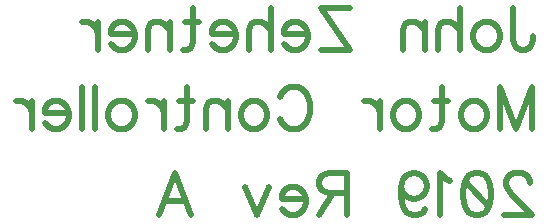
<source format=gbo>
G04 DipTrace 3.3.1.3*
G04 BottomSilk.gbr*
%MOIN*%
G04 #@! TF.FileFunction,Legend,Bot*
G04 #@! TF.Part,Single*
%ADD184C,0.021615*%
%FSLAX26Y26*%
G04*
G70*
G90*
G75*
G01*
G04 BotSilk*
%LPD*%
X3072820Y5475773D2*
D184*
Y5368683D1*
X3079475Y5348565D1*
X3086284Y5341911D1*
X3099593Y5335101D1*
X3113057D1*
X3126366Y5341911D1*
X3133020Y5348565D1*
X3139829Y5368683D1*
Y5381992D1*
X2996164Y5428883D2*
X3009472Y5422228D1*
X3022936Y5408765D1*
X3029591Y5388647D1*
Y5375338D1*
X3022936Y5355220D1*
X3009472Y5341911D1*
X2996164Y5335101D1*
X2976045D1*
X2962582Y5341911D1*
X2949273Y5355220D1*
X2942464Y5375338D1*
Y5388647D1*
X2949273Y5408765D1*
X2962582Y5422228D1*
X2976045Y5428883D1*
X2996164D1*
X2899234Y5475773D2*
Y5335101D1*
Y5402110D2*
X2879116Y5422228D1*
X2865652Y5428883D1*
X2845534D1*
X2832225Y5422228D1*
X2825571Y5402110D1*
Y5335101D1*
X2782341Y5428883D2*
Y5335101D1*
Y5402110D2*
X2762223Y5422228D1*
X2748759Y5428883D1*
X2728796D1*
X2715332Y5422228D1*
X2708677Y5402110D1*
Y5335101D1*
X2529365Y5475773D2*
X2435583D1*
X2529365Y5335101D1*
X2435583D1*
X2392354Y5388647D2*
X2312036D1*
Y5402110D1*
X2318690Y5415574D1*
X2325345Y5422228D1*
X2338808Y5428883D1*
X2358927D1*
X2372235Y5422228D1*
X2385699Y5408765D1*
X2392354Y5388647D1*
Y5375338D1*
X2385699Y5355220D1*
X2372235Y5341911D1*
X2358927Y5335101D1*
X2338808D1*
X2325345Y5341911D1*
X2312036Y5355220D1*
X2268806Y5475773D2*
Y5335101D1*
Y5402110D2*
X2248688Y5422228D1*
X2235224Y5428883D1*
X2215106D1*
X2201797Y5422228D1*
X2195143Y5402110D1*
Y5335101D1*
X2151913Y5388647D2*
X2071595D1*
Y5402110D1*
X2078250Y5415574D1*
X2084904Y5422228D1*
X2098368Y5428883D1*
X2118486D1*
X2131795Y5422228D1*
X2145258Y5408765D1*
X2151913Y5388647D1*
Y5375338D1*
X2145258Y5355220D1*
X2131795Y5341911D1*
X2118486Y5335101D1*
X2098368D1*
X2084904Y5341911D1*
X2071595Y5355220D1*
X2008247Y5475773D2*
Y5361874D1*
X2001593Y5341911D1*
X1988129Y5335101D1*
X1974820D1*
X2028365Y5428883D2*
X1981475D1*
X1931590D2*
Y5335101D1*
Y5402110D2*
X1911472Y5422228D1*
X1898009Y5428883D1*
X1878045D1*
X1864582Y5422228D1*
X1857927Y5402110D1*
Y5335101D1*
X1814697Y5388647D2*
X1734379D1*
Y5402110D1*
X1741034Y5415574D1*
X1747688Y5422228D1*
X1761152Y5428883D1*
X1781270D1*
X1794579Y5422228D1*
X1808043Y5408765D1*
X1814697Y5388647D1*
Y5375338D1*
X1808043Y5355220D1*
X1794579Y5341911D1*
X1781270Y5335101D1*
X1761152D1*
X1747688Y5341911D1*
X1734379Y5355220D1*
X1691150Y5428883D2*
Y5335101D1*
Y5388647D2*
X1684340Y5408765D1*
X1671031Y5422228D1*
X1657568Y5428883D1*
X1637450D1*
X3031116Y5072601D2*
Y5213273D1*
X3084661Y5072601D1*
X3138206Y5213273D1*
Y5072601D1*
X2954459Y5166383D2*
X2967768Y5159728D1*
X2981231Y5146265D1*
X2987886Y5126147D1*
Y5112838D1*
X2981231Y5092720D1*
X2967768Y5079411D1*
X2954459Y5072601D1*
X2934341D1*
X2920877Y5079411D1*
X2907568Y5092720D1*
X2900759Y5112838D1*
Y5126147D1*
X2907568Y5146265D1*
X2920877Y5159728D1*
X2934341Y5166383D1*
X2954459D1*
X2837411Y5213273D2*
Y5099374D1*
X2830756Y5079411D1*
X2817293Y5072601D1*
X2803984D1*
X2857529Y5166383D2*
X2810638D1*
X2727327D2*
X2740636Y5159728D1*
X2754100Y5146265D1*
X2760754Y5126147D1*
Y5112838D1*
X2754100Y5092720D1*
X2740636Y5079411D1*
X2727327Y5072601D1*
X2707209D1*
X2693745Y5079411D1*
X2680436Y5092720D1*
X2673627Y5112838D1*
Y5126147D1*
X2680436Y5146265D1*
X2693745Y5159728D1*
X2707209Y5166383D1*
X2727327D1*
X2630397D2*
Y5072601D1*
Y5126147D2*
X2623588Y5146265D1*
X2610279Y5159728D1*
X2596815Y5166383D1*
X2576697D1*
X2296949Y5179846D2*
X2303603Y5193155D1*
X2317067Y5206619D1*
X2330376Y5213273D1*
X2357149D1*
X2370612Y5206619D1*
X2383921Y5193155D1*
X2390730Y5179846D1*
X2397385Y5159728D1*
Y5126147D1*
X2390730Y5106183D1*
X2383921Y5092720D1*
X2370612Y5079411D1*
X2357149Y5072601D1*
X2330376D1*
X2317067Y5079411D1*
X2303603Y5092720D1*
X2296949Y5106183D1*
X2220292Y5166383D2*
X2233601Y5159728D1*
X2247065Y5146265D1*
X2253719Y5126147D1*
Y5112838D1*
X2247065Y5092720D1*
X2233601Y5079411D1*
X2220292Y5072601D1*
X2200174D1*
X2186710Y5079411D1*
X2173401Y5092720D1*
X2166592Y5112838D1*
Y5126147D1*
X2173401Y5146265D1*
X2186710Y5159728D1*
X2200174Y5166383D1*
X2220292D1*
X2123362D2*
Y5072601D1*
Y5139610D2*
X2103244Y5159728D1*
X2089781Y5166383D1*
X2069817D1*
X2056354Y5159728D1*
X2049699Y5139610D1*
Y5072601D1*
X1986351Y5213273D2*
Y5099374D1*
X1979697Y5079411D1*
X1966233Y5072601D1*
X1952924D1*
X2006469Y5166383D2*
X1959579D1*
X1909694D2*
Y5072601D1*
Y5126147D2*
X1902885Y5146265D1*
X1889576Y5159728D1*
X1876112Y5166383D1*
X1855994D1*
X1779337D2*
X1792646Y5159728D1*
X1806110Y5146265D1*
X1812764Y5126147D1*
Y5112838D1*
X1806110Y5092720D1*
X1792646Y5079411D1*
X1779337Y5072601D1*
X1759219D1*
X1745756Y5079411D1*
X1732447Y5092720D1*
X1725638Y5112838D1*
Y5126147D1*
X1732447Y5146265D1*
X1745756Y5159728D1*
X1759219Y5166383D1*
X1779337D1*
X1682408Y5213273D2*
Y5072601D1*
X1639178Y5213273D2*
Y5072601D1*
X1595948Y5126147D2*
X1515630D1*
Y5139610D1*
X1522285Y5153074D1*
X1528939Y5159728D1*
X1542403Y5166383D1*
X1562521D1*
X1575830Y5159728D1*
X1589293Y5146265D1*
X1595948Y5126147D1*
Y5112838D1*
X1589293Y5092720D1*
X1575830Y5079411D1*
X1562521Y5072601D1*
X1542403D1*
X1528939Y5079411D1*
X1515630Y5092720D1*
X1472400Y5166383D2*
Y5072601D1*
Y5126147D2*
X1465591Y5146265D1*
X1452282Y5159728D1*
X1438818Y5166383D1*
X1418700D1*
X3131599Y4892192D2*
Y4898846D1*
X3124944Y4912310D1*
X3118290Y4918964D1*
X3104826Y4925619D1*
X3078054D1*
X3064745Y4918964D1*
X3058090Y4912310D1*
X3051281Y4898846D1*
Y4885537D1*
X3058090Y4872074D1*
X3071399Y4852110D1*
X3138408Y4785101D1*
X3044627D1*
X2961161Y4925619D2*
X2981279Y4918964D1*
X2994742Y4898846D1*
X3001397Y4865419D1*
Y4845301D1*
X2994742Y4811874D1*
X2981279Y4791756D1*
X2961161Y4785101D1*
X2947852D1*
X2927734Y4791756D1*
X2914425Y4811874D1*
X2907616Y4845301D1*
Y4865419D1*
X2914425Y4898846D1*
X2927734Y4918964D1*
X2947852Y4925619D1*
X2961161D1*
X2914425Y4898846D2*
X2994742Y4811874D1*
X2864386Y4898846D2*
X2850922Y4905655D1*
X2830804Y4925619D1*
Y4785101D1*
X2700447Y4878883D2*
X2707256Y4858765D1*
X2720565Y4845301D1*
X2740683Y4838647D1*
X2747338D1*
X2767456Y4845301D1*
X2780765Y4858765D1*
X2787574Y4878883D1*
Y4885537D1*
X2780765Y4905655D1*
X2767456Y4918964D1*
X2747338Y4925619D1*
X2740683D1*
X2720565Y4918964D1*
X2707256Y4905655D1*
X2700447Y4878883D1*
Y4845301D1*
X2707256Y4811874D1*
X2720565Y4791756D1*
X2740683Y4785101D1*
X2753992D1*
X2774110Y4791756D1*
X2780765Y4805220D1*
X2521134Y4858765D2*
X2460935D1*
X2440817Y4865574D1*
X2434008Y4872228D1*
X2427353Y4885537D1*
Y4899001D1*
X2434008Y4912310D1*
X2440817Y4919119D1*
X2460935Y4925773D1*
X2521134D1*
Y4785101D1*
X2474244Y4858765D2*
X2427353Y4785101D1*
X2384123Y4838647D2*
X2303806D1*
Y4852110D1*
X2310460Y4865574D1*
X2317114Y4872228D1*
X2330578Y4878883D1*
X2350696D1*
X2364005Y4872228D1*
X2377469Y4858765D1*
X2384123Y4838647D1*
Y4825338D1*
X2377469Y4805220D1*
X2364005Y4791911D1*
X2350696Y4785101D1*
X2330578D1*
X2317114Y4791911D1*
X2303806Y4805220D1*
X2260576Y4878883D2*
X2220339Y4785101D1*
X2180258Y4878883D1*
X1893700Y4785101D2*
X1947400Y4925773D1*
X2000945Y4785101D1*
X1980827Y4831992D2*
X1913818D1*
M02*

</source>
